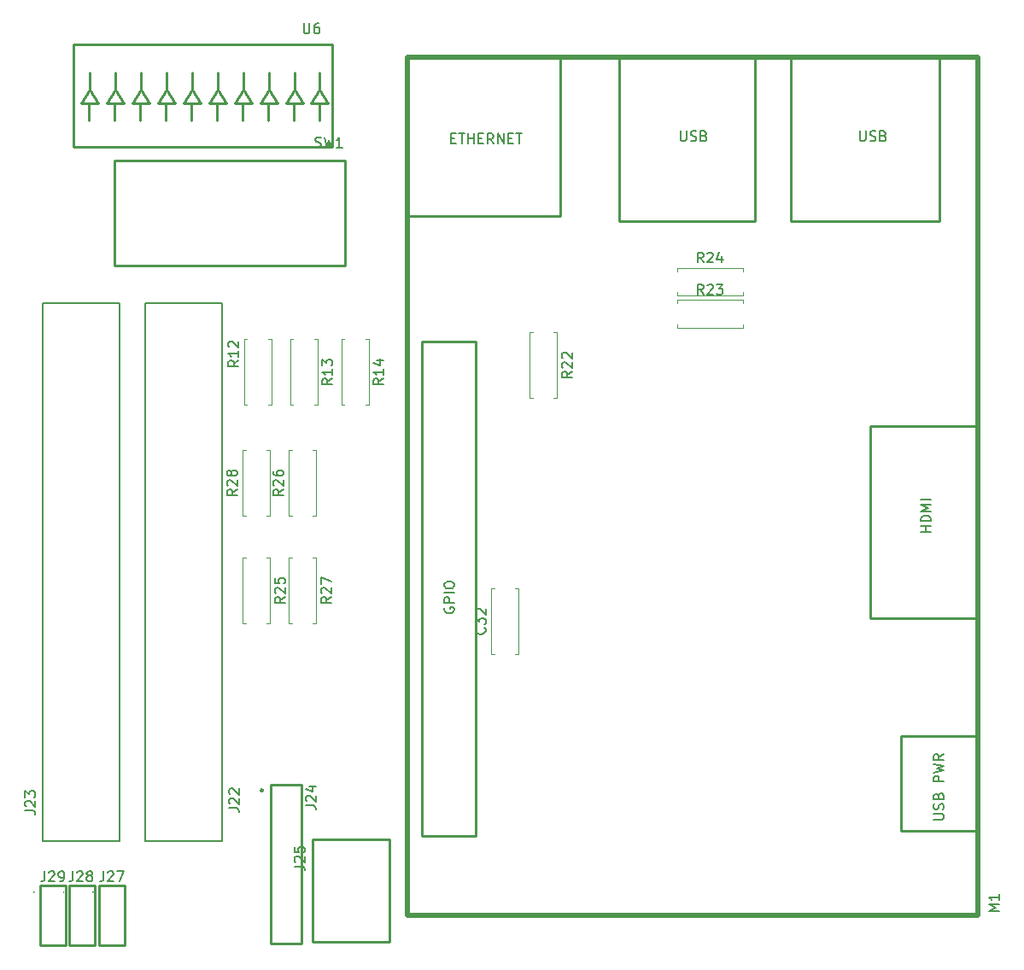
<source format=gto>
G04 #@! TF.GenerationSoftware,KiCad,Pcbnew,(5.1.10-1-10_14)*
G04 #@! TF.CreationDate,2022-06-07T23:14:09-07:00*
G04 #@! TF.ProjectId,Control_Boards,436f6e74-726f-46c5-9f42-6f617264732e,rev?*
G04 #@! TF.SameCoordinates,Original*
G04 #@! TF.FileFunction,Legend,Top*
G04 #@! TF.FilePolarity,Positive*
%FSLAX46Y46*%
G04 Gerber Fmt 4.6, Leading zero omitted, Abs format (unit mm)*
G04 Created by KiCad (PCBNEW (5.1.10-1-10_14)) date 2022-06-07 23:14:09*
%MOMM*%
%LPD*%
G01*
G04 APERTURE LIST*
%ADD10C,0.120000*%
%ADD11C,0.250000*%
%ADD12C,0.500000*%
%ADD13C,0.150000*%
%ADD14C,0.152400*%
G04 APERTURE END LIST*
D10*
X82780000Y-80740000D02*
X82450000Y-80740000D01*
X82450000Y-80740000D02*
X82450000Y-74200000D01*
X82450000Y-74200000D02*
X82780000Y-74200000D01*
X84860000Y-80740000D02*
X85190000Y-80740000D01*
X85190000Y-80740000D02*
X85190000Y-74200000D01*
X85190000Y-74200000D02*
X84860000Y-74200000D01*
X89432000Y-84868000D02*
X89762000Y-84868000D01*
X89762000Y-84868000D02*
X89762000Y-91408000D01*
X89762000Y-91408000D02*
X89432000Y-91408000D01*
X87352000Y-84868000D02*
X87022000Y-84868000D01*
X87022000Y-84868000D02*
X87022000Y-91408000D01*
X87022000Y-91408000D02*
X87352000Y-91408000D01*
X87352000Y-80740000D02*
X87022000Y-80740000D01*
X87022000Y-80740000D02*
X87022000Y-74200000D01*
X87022000Y-74200000D02*
X87352000Y-74200000D01*
X89432000Y-80740000D02*
X89762000Y-80740000D01*
X89762000Y-80740000D02*
X89762000Y-74200000D01*
X89762000Y-74200000D02*
X89432000Y-74200000D01*
X84860000Y-84868000D02*
X85190000Y-84868000D01*
X85190000Y-84868000D02*
X85190000Y-91408000D01*
X85190000Y-91408000D02*
X84860000Y-91408000D01*
X82780000Y-84868000D02*
X82450000Y-84868000D01*
X82450000Y-84868000D02*
X82450000Y-91408000D01*
X82450000Y-91408000D02*
X82780000Y-91408000D01*
X125508000Y-56491000D02*
X125508000Y-56161000D01*
X125508000Y-56161000D02*
X132048000Y-56161000D01*
X132048000Y-56161000D02*
X132048000Y-56491000D01*
X125508000Y-58571000D02*
X125508000Y-58901000D01*
X125508000Y-58901000D02*
X132048000Y-58901000D01*
X132048000Y-58901000D02*
X132048000Y-58571000D01*
X125508000Y-59666000D02*
X125508000Y-59336000D01*
X125508000Y-59336000D02*
X132048000Y-59336000D01*
X132048000Y-59336000D02*
X132048000Y-59666000D01*
X125508000Y-61746000D02*
X125508000Y-62076000D01*
X125508000Y-62076000D02*
X132048000Y-62076000D01*
X132048000Y-62076000D02*
X132048000Y-61746000D01*
X113308000Y-62516000D02*
X113638000Y-62516000D01*
X113638000Y-62516000D02*
X113638000Y-69056000D01*
X113638000Y-69056000D02*
X113308000Y-69056000D01*
X111228000Y-62516000D02*
X110898000Y-62516000D01*
X110898000Y-62516000D02*
X110898000Y-69056000D01*
X110898000Y-69056000D02*
X111228000Y-69056000D01*
D11*
X84466992Y-107937300D02*
G75*
G03*
X84466992Y-107937300I-113592J0D01*
G01*
X85217000Y-123126500D02*
X85217000Y-107378500D01*
X88265000Y-123126500D02*
X85217000Y-123126500D01*
X88265000Y-107378500D02*
X88265000Y-123126500D01*
X85217000Y-107378500D02*
X88265000Y-107378500D01*
X65659000Y-44132500D02*
X91313000Y-44132500D01*
X65659000Y-33972500D02*
X65659000Y-44132500D01*
X91313000Y-33972500D02*
X65659000Y-33972500D01*
X91313000Y-44132500D02*
X91313000Y-33972500D01*
X90043000Y-41541700D02*
X90043000Y-39814500D01*
X90043000Y-39814500D02*
X89230200Y-39814500D01*
X89230200Y-39814500D02*
X90093800Y-38442900D01*
X90093800Y-38442900D02*
X90906600Y-39814500D01*
X90906600Y-39814500D02*
X90043000Y-39814500D01*
X90093800Y-38442900D02*
X90093800Y-36817300D01*
X87604600Y-38442900D02*
X87604600Y-36817300D01*
X87604600Y-38442900D02*
X88417400Y-39814500D01*
X87553800Y-41541700D02*
X87553800Y-39814500D01*
X87553800Y-39814500D02*
X86741000Y-39814500D01*
X86741000Y-39814500D02*
X87604600Y-38442900D01*
X88417400Y-39814500D02*
X87553800Y-39814500D01*
X85064600Y-38442900D02*
X85064600Y-36817300D01*
X85064600Y-38442900D02*
X85877400Y-39814500D01*
X85013800Y-41541700D02*
X85013800Y-39814500D01*
X85013800Y-39814500D02*
X84201000Y-39814500D01*
X84201000Y-39814500D02*
X85064600Y-38442900D01*
X85877400Y-39814500D02*
X85013800Y-39814500D01*
X82524600Y-38442900D02*
X82524600Y-36817300D01*
X82524600Y-38442900D02*
X83337400Y-39814500D01*
X82473800Y-41541700D02*
X82473800Y-39814500D01*
X82473800Y-39814500D02*
X81661000Y-39814500D01*
X81661000Y-39814500D02*
X82524600Y-38442900D01*
X83337400Y-39814500D02*
X82473800Y-39814500D01*
X79984600Y-38442900D02*
X79984600Y-36817300D01*
X79984600Y-38442900D02*
X80797400Y-39814500D01*
X79933800Y-41541700D02*
X79933800Y-39814500D01*
X79933800Y-39814500D02*
X79121000Y-39814500D01*
X79121000Y-39814500D02*
X79984600Y-38442900D01*
X80797400Y-39814500D02*
X79933800Y-39814500D01*
X77444600Y-38442900D02*
X77444600Y-36817300D01*
X77444600Y-38442900D02*
X78257400Y-39814500D01*
X77393800Y-41541700D02*
X77393800Y-39814500D01*
X77393800Y-39814500D02*
X76581000Y-39814500D01*
X76581000Y-39814500D02*
X77444600Y-38442900D01*
X78257400Y-39814500D02*
X77393800Y-39814500D01*
X74904600Y-38442900D02*
X74904600Y-36817300D01*
X74904600Y-38442900D02*
X75717400Y-39814500D01*
X74853800Y-41541700D02*
X74853800Y-39814500D01*
X74853800Y-39814500D02*
X74041000Y-39814500D01*
X74041000Y-39814500D02*
X74904600Y-38442900D01*
X75717400Y-39814500D02*
X74853800Y-39814500D01*
X72364600Y-38442900D02*
X72364600Y-36817300D01*
X72364600Y-38442900D02*
X73177400Y-39814500D01*
X72313800Y-41541700D02*
X72313800Y-39814500D01*
X72313800Y-39814500D02*
X71501000Y-39814500D01*
X71501000Y-39814500D02*
X72364600Y-38442900D01*
X73177400Y-39814500D02*
X72313800Y-39814500D01*
X69824600Y-38442900D02*
X69824600Y-36817300D01*
X69824600Y-38442900D02*
X70637400Y-39814500D01*
X69773800Y-41541700D02*
X69773800Y-39814500D01*
X69773800Y-39814500D02*
X68961000Y-39814500D01*
X68961000Y-39814500D02*
X69824600Y-38442900D01*
X70637400Y-39814500D02*
X69773800Y-39814500D01*
X67284600Y-38442900D02*
X67284600Y-36817300D01*
X67284600Y-38442900D02*
X68097400Y-39814500D01*
X67233800Y-41541700D02*
X67233800Y-39814500D01*
X67233800Y-39814500D02*
X66421000Y-39814500D01*
X66421000Y-39814500D02*
X67284600Y-38442900D01*
X68097400Y-39814500D02*
X67233800Y-39814500D01*
X147701000Y-102552500D02*
X155321000Y-102552500D01*
X147701000Y-111950500D02*
X147701000Y-102552500D01*
X155321000Y-111950500D02*
X147701000Y-111950500D01*
X100203000Y-63436500D02*
X100203000Y-112458500D01*
X105537000Y-63436500D02*
X100203000Y-63436500D01*
X105537000Y-112458500D02*
X105537000Y-63436500D01*
X100203000Y-112458500D02*
X105537000Y-112458500D01*
X151511000Y-51498500D02*
X151511000Y-35242500D01*
X136779000Y-51498500D02*
X151511000Y-51498500D01*
X136779000Y-35242500D02*
X136779000Y-51498500D01*
X133223000Y-51498500D02*
X133223000Y-35242500D01*
X119761000Y-51498500D02*
X133223000Y-51498500D01*
X119761000Y-35242500D02*
X119761000Y-51498500D01*
X113919000Y-50990500D02*
X113919000Y-35242500D01*
X98933000Y-50990500D02*
X113919000Y-50990500D01*
D12*
X98806000Y-35242500D02*
X105791000Y-35242500D01*
X98806000Y-120332500D02*
X105791000Y-120332500D01*
X155321000Y-35242500D02*
X155321000Y-120332500D01*
X105791000Y-35242500D02*
X155321000Y-35242500D01*
X98806000Y-120332500D02*
X98806000Y-35242500D01*
X155321000Y-120332500D02*
X105791000Y-120332500D01*
D11*
X155321000Y-90868500D02*
X144653000Y-90868500D01*
X144653000Y-90868500D02*
X144653000Y-71818500D01*
X144653000Y-71818500D02*
X155321000Y-71818500D01*
D13*
X80391000Y-112991900D02*
X80391000Y-59651900D01*
X80391000Y-59651900D02*
X72771000Y-59651900D01*
X72771000Y-59651900D02*
X72771000Y-112991900D01*
X72771000Y-112991900D02*
X80391000Y-112991900D01*
X70231000Y-112991900D02*
X70231000Y-59651900D01*
X70231000Y-59651900D02*
X62611000Y-59651900D01*
X62611000Y-59651900D02*
X62611000Y-112991900D01*
X62611000Y-112991900D02*
X70231000Y-112991900D01*
D11*
X69723000Y-55880000D02*
X92583000Y-55880000D01*
X92583000Y-45466000D02*
X69723000Y-45466000D01*
X69723000Y-45466000D02*
X69723000Y-55880000D01*
X92583000Y-45466000D02*
X92583000Y-55880000D01*
X64897000Y-123329700D02*
X64897000Y-117386100D01*
X62357000Y-123329700D02*
X64897000Y-123329700D01*
X62357000Y-117386100D02*
X62357000Y-123329700D01*
X64897000Y-117386100D02*
X62357000Y-117386100D01*
D14*
X61798200Y-118046500D02*
G75*
G03*
X61798200Y-118046500I-50800J0D01*
G01*
D11*
X67820999Y-123347101D02*
X67820999Y-117403501D01*
X65280999Y-123347101D02*
X67820999Y-123347101D01*
X65280999Y-117403501D02*
X65280999Y-123347101D01*
X67820999Y-117403501D02*
X65280999Y-117403501D01*
D14*
X64722199Y-118063901D02*
G75*
G03*
X64722199Y-118063901I-50800J0D01*
G01*
D11*
X70739000Y-123329700D02*
X70739000Y-117386100D01*
X68199000Y-123329700D02*
X70739000Y-123329700D01*
X68199000Y-117386100D02*
X68199000Y-123329700D01*
X70739000Y-117386100D02*
X68199000Y-117386100D01*
D14*
X67640200Y-118046500D02*
G75*
G03*
X67640200Y-118046500I-50800J0D01*
G01*
D11*
X97028000Y-122936000D02*
X97028000Y-112776000D01*
X89408000Y-122936000D02*
X97028000Y-122936000D01*
X89408000Y-112776000D02*
X89408000Y-122936000D01*
X97028000Y-112776000D02*
X89408000Y-112776000D01*
D10*
X82577000Y-69754500D02*
X82907000Y-69754500D01*
X82577000Y-63214500D02*
X82577000Y-69754500D01*
X82907000Y-63214500D02*
X82577000Y-63214500D01*
X85317000Y-69754500D02*
X84987000Y-69754500D01*
X85317000Y-63214500D02*
X85317000Y-69754500D01*
X84987000Y-63214500D02*
X85317000Y-63214500D01*
X87149000Y-69754500D02*
X87479000Y-69754500D01*
X87149000Y-63214500D02*
X87149000Y-69754500D01*
X87479000Y-63214500D02*
X87149000Y-63214500D01*
X89889000Y-69754500D02*
X89559000Y-69754500D01*
X89889000Y-63214500D02*
X89889000Y-69754500D01*
X89559000Y-63214500D02*
X89889000Y-63214500D01*
X92229000Y-69754500D02*
X92559000Y-69754500D01*
X92229000Y-63214500D02*
X92229000Y-69754500D01*
X92559000Y-63214500D02*
X92229000Y-63214500D01*
X94969000Y-69754500D02*
X94639000Y-69754500D01*
X94969000Y-63214500D02*
X94969000Y-69754500D01*
X94639000Y-63214500D02*
X94969000Y-63214500D01*
X109828000Y-87916000D02*
X109498000Y-87916000D01*
X109828000Y-94456000D02*
X109828000Y-87916000D01*
X109498000Y-94456000D02*
X109828000Y-94456000D01*
X107088000Y-87916000D02*
X107418000Y-87916000D01*
X107088000Y-94456000D02*
X107088000Y-87916000D01*
X107418000Y-94456000D02*
X107088000Y-94456000D01*
D13*
X81902380Y-78112857D02*
X81426190Y-78446190D01*
X81902380Y-78684285D02*
X80902380Y-78684285D01*
X80902380Y-78303333D01*
X80950000Y-78208095D01*
X80997619Y-78160476D01*
X81092857Y-78112857D01*
X81235714Y-78112857D01*
X81330952Y-78160476D01*
X81378571Y-78208095D01*
X81426190Y-78303333D01*
X81426190Y-78684285D01*
X80997619Y-77731904D02*
X80950000Y-77684285D01*
X80902380Y-77589047D01*
X80902380Y-77350952D01*
X80950000Y-77255714D01*
X80997619Y-77208095D01*
X81092857Y-77160476D01*
X81188095Y-77160476D01*
X81330952Y-77208095D01*
X81902380Y-77779523D01*
X81902380Y-77160476D01*
X81330952Y-76589047D02*
X81283333Y-76684285D01*
X81235714Y-76731904D01*
X81140476Y-76779523D01*
X81092857Y-76779523D01*
X80997619Y-76731904D01*
X80950000Y-76684285D01*
X80902380Y-76589047D01*
X80902380Y-76398571D01*
X80950000Y-76303333D01*
X80997619Y-76255714D01*
X81092857Y-76208095D01*
X81140476Y-76208095D01*
X81235714Y-76255714D01*
X81283333Y-76303333D01*
X81330952Y-76398571D01*
X81330952Y-76589047D01*
X81378571Y-76684285D01*
X81426190Y-76731904D01*
X81521428Y-76779523D01*
X81711904Y-76779523D01*
X81807142Y-76731904D01*
X81854761Y-76684285D01*
X81902380Y-76589047D01*
X81902380Y-76398571D01*
X81854761Y-76303333D01*
X81807142Y-76255714D01*
X81711904Y-76208095D01*
X81521428Y-76208095D01*
X81426190Y-76255714D01*
X81378571Y-76303333D01*
X81330952Y-76398571D01*
X91214380Y-88780857D02*
X90738190Y-89114190D01*
X91214380Y-89352285D02*
X90214380Y-89352285D01*
X90214380Y-88971333D01*
X90262000Y-88876095D01*
X90309619Y-88828476D01*
X90404857Y-88780857D01*
X90547714Y-88780857D01*
X90642952Y-88828476D01*
X90690571Y-88876095D01*
X90738190Y-88971333D01*
X90738190Y-89352285D01*
X90309619Y-88399904D02*
X90262000Y-88352285D01*
X90214380Y-88257047D01*
X90214380Y-88018952D01*
X90262000Y-87923714D01*
X90309619Y-87876095D01*
X90404857Y-87828476D01*
X90500095Y-87828476D01*
X90642952Y-87876095D01*
X91214380Y-88447523D01*
X91214380Y-87828476D01*
X90214380Y-87495142D02*
X90214380Y-86828476D01*
X91214380Y-87257047D01*
X86474380Y-78112857D02*
X85998190Y-78446190D01*
X86474380Y-78684285D02*
X85474380Y-78684285D01*
X85474380Y-78303333D01*
X85522000Y-78208095D01*
X85569619Y-78160476D01*
X85664857Y-78112857D01*
X85807714Y-78112857D01*
X85902952Y-78160476D01*
X85950571Y-78208095D01*
X85998190Y-78303333D01*
X85998190Y-78684285D01*
X85569619Y-77731904D02*
X85522000Y-77684285D01*
X85474380Y-77589047D01*
X85474380Y-77350952D01*
X85522000Y-77255714D01*
X85569619Y-77208095D01*
X85664857Y-77160476D01*
X85760095Y-77160476D01*
X85902952Y-77208095D01*
X86474380Y-77779523D01*
X86474380Y-77160476D01*
X85474380Y-76303333D02*
X85474380Y-76493809D01*
X85522000Y-76589047D01*
X85569619Y-76636666D01*
X85712476Y-76731904D01*
X85902952Y-76779523D01*
X86283904Y-76779523D01*
X86379142Y-76731904D01*
X86426761Y-76684285D01*
X86474380Y-76589047D01*
X86474380Y-76398571D01*
X86426761Y-76303333D01*
X86379142Y-76255714D01*
X86283904Y-76208095D01*
X86045809Y-76208095D01*
X85950571Y-76255714D01*
X85902952Y-76303333D01*
X85855333Y-76398571D01*
X85855333Y-76589047D01*
X85902952Y-76684285D01*
X85950571Y-76731904D01*
X86045809Y-76779523D01*
X86642380Y-88780857D02*
X86166190Y-89114190D01*
X86642380Y-89352285D02*
X85642380Y-89352285D01*
X85642380Y-88971333D01*
X85690000Y-88876095D01*
X85737619Y-88828476D01*
X85832857Y-88780857D01*
X85975714Y-88780857D01*
X86070952Y-88828476D01*
X86118571Y-88876095D01*
X86166190Y-88971333D01*
X86166190Y-89352285D01*
X85737619Y-88399904D02*
X85690000Y-88352285D01*
X85642380Y-88257047D01*
X85642380Y-88018952D01*
X85690000Y-87923714D01*
X85737619Y-87876095D01*
X85832857Y-87828476D01*
X85928095Y-87828476D01*
X86070952Y-87876095D01*
X86642380Y-88447523D01*
X86642380Y-87828476D01*
X85642380Y-86923714D02*
X85642380Y-87399904D01*
X86118571Y-87447523D01*
X86070952Y-87399904D01*
X86023333Y-87304666D01*
X86023333Y-87066571D01*
X86070952Y-86971333D01*
X86118571Y-86923714D01*
X86213809Y-86876095D01*
X86451904Y-86876095D01*
X86547142Y-86923714D01*
X86594761Y-86971333D01*
X86642380Y-87066571D01*
X86642380Y-87304666D01*
X86594761Y-87399904D01*
X86547142Y-87447523D01*
X128135142Y-55613380D02*
X127801809Y-55137190D01*
X127563714Y-55613380D02*
X127563714Y-54613380D01*
X127944666Y-54613380D01*
X128039904Y-54661000D01*
X128087523Y-54708619D01*
X128135142Y-54803857D01*
X128135142Y-54946714D01*
X128087523Y-55041952D01*
X128039904Y-55089571D01*
X127944666Y-55137190D01*
X127563714Y-55137190D01*
X128516095Y-54708619D02*
X128563714Y-54661000D01*
X128658952Y-54613380D01*
X128897047Y-54613380D01*
X128992285Y-54661000D01*
X129039904Y-54708619D01*
X129087523Y-54803857D01*
X129087523Y-54899095D01*
X129039904Y-55041952D01*
X128468476Y-55613380D01*
X129087523Y-55613380D01*
X129944666Y-54946714D02*
X129944666Y-55613380D01*
X129706571Y-54565761D02*
X129468476Y-55280047D01*
X130087523Y-55280047D01*
X128135142Y-58788380D02*
X127801809Y-58312190D01*
X127563714Y-58788380D02*
X127563714Y-57788380D01*
X127944666Y-57788380D01*
X128039904Y-57836000D01*
X128087523Y-57883619D01*
X128135142Y-57978857D01*
X128135142Y-58121714D01*
X128087523Y-58216952D01*
X128039904Y-58264571D01*
X127944666Y-58312190D01*
X127563714Y-58312190D01*
X128516095Y-57883619D02*
X128563714Y-57836000D01*
X128658952Y-57788380D01*
X128897047Y-57788380D01*
X128992285Y-57836000D01*
X129039904Y-57883619D01*
X129087523Y-57978857D01*
X129087523Y-58074095D01*
X129039904Y-58216952D01*
X128468476Y-58788380D01*
X129087523Y-58788380D01*
X129420857Y-57788380D02*
X130039904Y-57788380D01*
X129706571Y-58169333D01*
X129849428Y-58169333D01*
X129944666Y-58216952D01*
X129992285Y-58264571D01*
X130039904Y-58359809D01*
X130039904Y-58597904D01*
X129992285Y-58693142D01*
X129944666Y-58740761D01*
X129849428Y-58788380D01*
X129563714Y-58788380D01*
X129468476Y-58740761D01*
X129420857Y-58693142D01*
X115090380Y-66428857D02*
X114614190Y-66762190D01*
X115090380Y-67000285D02*
X114090380Y-67000285D01*
X114090380Y-66619333D01*
X114138000Y-66524095D01*
X114185619Y-66476476D01*
X114280857Y-66428857D01*
X114423714Y-66428857D01*
X114518952Y-66476476D01*
X114566571Y-66524095D01*
X114614190Y-66619333D01*
X114614190Y-67000285D01*
X114185619Y-66047904D02*
X114138000Y-66000285D01*
X114090380Y-65905047D01*
X114090380Y-65666952D01*
X114138000Y-65571714D01*
X114185619Y-65524095D01*
X114280857Y-65476476D01*
X114376095Y-65476476D01*
X114518952Y-65524095D01*
X115090380Y-66095523D01*
X115090380Y-65476476D01*
X114185619Y-65095523D02*
X114138000Y-65047904D01*
X114090380Y-64952666D01*
X114090380Y-64714571D01*
X114138000Y-64619333D01*
X114185619Y-64571714D01*
X114280857Y-64524095D01*
X114376095Y-64524095D01*
X114518952Y-64571714D01*
X115090380Y-65143142D01*
X115090380Y-64524095D01*
X88733380Y-109458023D02*
X89447666Y-109458023D01*
X89590523Y-109505642D01*
X89685761Y-109600880D01*
X89733380Y-109743738D01*
X89733380Y-109838976D01*
X88828619Y-109029452D02*
X88781000Y-108981833D01*
X88733380Y-108886595D01*
X88733380Y-108648500D01*
X88781000Y-108553261D01*
X88828619Y-108505642D01*
X88923857Y-108458023D01*
X89019095Y-108458023D01*
X89161952Y-108505642D01*
X89733380Y-109077071D01*
X89733380Y-108458023D01*
X89066714Y-107600880D02*
X89733380Y-107600880D01*
X88685761Y-107838976D02*
X89400047Y-108077071D01*
X89400047Y-107458023D01*
X88519095Y-31900880D02*
X88519095Y-32710404D01*
X88566714Y-32805642D01*
X88614333Y-32853261D01*
X88709571Y-32900880D01*
X88900047Y-32900880D01*
X88995285Y-32853261D01*
X89042904Y-32805642D01*
X89090523Y-32710404D01*
X89090523Y-31900880D01*
X89995285Y-31900880D02*
X89804809Y-31900880D01*
X89709571Y-31948500D01*
X89661952Y-31996119D01*
X89566714Y-32138976D01*
X89519095Y-32329452D01*
X89519095Y-32710404D01*
X89566714Y-32805642D01*
X89614333Y-32853261D01*
X89709571Y-32900880D01*
X89900047Y-32900880D01*
X89995285Y-32853261D01*
X90042904Y-32805642D01*
X90090523Y-32710404D01*
X90090523Y-32472309D01*
X90042904Y-32377071D01*
X89995285Y-32329452D01*
X89900047Y-32281833D01*
X89709571Y-32281833D01*
X89614333Y-32329452D01*
X89566714Y-32377071D01*
X89519095Y-32472309D01*
X157424380Y-119922823D02*
X156424380Y-119922823D01*
X157138666Y-119589490D01*
X156424380Y-119256157D01*
X157424380Y-119256157D01*
X157424380Y-118256157D02*
X157424380Y-118827585D01*
X157424380Y-118541871D02*
X156424380Y-118541871D01*
X156567238Y-118637109D01*
X156662476Y-118732347D01*
X156710095Y-118827585D01*
X150693380Y-82303738D02*
X149693380Y-82303738D01*
X150169571Y-82303738D02*
X150169571Y-81732309D01*
X150693380Y-81732309D02*
X149693380Y-81732309D01*
X150693380Y-81256119D02*
X149693380Y-81256119D01*
X149693380Y-81018023D01*
X149741000Y-80875166D01*
X149836238Y-80779928D01*
X149931476Y-80732309D01*
X150121952Y-80684690D01*
X150264809Y-80684690D01*
X150455285Y-80732309D01*
X150550523Y-80779928D01*
X150645761Y-80875166D01*
X150693380Y-81018023D01*
X150693380Y-81256119D01*
X150693380Y-80256119D02*
X149693380Y-80256119D01*
X150407666Y-79922785D01*
X149693380Y-79589452D01*
X150693380Y-79589452D01*
X150693380Y-79113261D02*
X149693380Y-79113261D01*
X150963380Y-110846785D02*
X151772904Y-110846785D01*
X151868142Y-110799166D01*
X151915761Y-110751547D01*
X151963380Y-110656309D01*
X151963380Y-110465833D01*
X151915761Y-110370595D01*
X151868142Y-110322976D01*
X151772904Y-110275357D01*
X150963380Y-110275357D01*
X151915761Y-109846785D02*
X151963380Y-109703928D01*
X151963380Y-109465833D01*
X151915761Y-109370595D01*
X151868142Y-109322976D01*
X151772904Y-109275357D01*
X151677666Y-109275357D01*
X151582428Y-109322976D01*
X151534809Y-109370595D01*
X151487190Y-109465833D01*
X151439571Y-109656309D01*
X151391952Y-109751547D01*
X151344333Y-109799166D01*
X151249095Y-109846785D01*
X151153857Y-109846785D01*
X151058619Y-109799166D01*
X151011000Y-109751547D01*
X150963380Y-109656309D01*
X150963380Y-109418214D01*
X151011000Y-109275357D01*
X151439571Y-108513452D02*
X151487190Y-108370595D01*
X151534809Y-108322976D01*
X151630047Y-108275357D01*
X151772904Y-108275357D01*
X151868142Y-108322976D01*
X151915761Y-108370595D01*
X151963380Y-108465833D01*
X151963380Y-108846785D01*
X150963380Y-108846785D01*
X150963380Y-108513452D01*
X151011000Y-108418214D01*
X151058619Y-108370595D01*
X151153857Y-108322976D01*
X151249095Y-108322976D01*
X151344333Y-108370595D01*
X151391952Y-108418214D01*
X151439571Y-108513452D01*
X151439571Y-108846785D01*
X151963380Y-107084880D02*
X150963380Y-107084880D01*
X150963380Y-106703928D01*
X151011000Y-106608690D01*
X151058619Y-106561071D01*
X151153857Y-106513452D01*
X151296714Y-106513452D01*
X151391952Y-106561071D01*
X151439571Y-106608690D01*
X151487190Y-106703928D01*
X151487190Y-107084880D01*
X150963380Y-106180119D02*
X151963380Y-105942023D01*
X151249095Y-105751547D01*
X151963380Y-105561071D01*
X150963380Y-105322976D01*
X151963380Y-104370595D02*
X151487190Y-104703928D01*
X151963380Y-104942023D02*
X150963380Y-104942023D01*
X150963380Y-104561071D01*
X151011000Y-104465833D01*
X151058619Y-104418214D01*
X151153857Y-104370595D01*
X151296714Y-104370595D01*
X151391952Y-104418214D01*
X151439571Y-104465833D01*
X151487190Y-104561071D01*
X151487190Y-104942023D01*
X103124428Y-43299071D02*
X103457761Y-43299071D01*
X103600619Y-43822880D02*
X103124428Y-43822880D01*
X103124428Y-42822880D01*
X103600619Y-42822880D01*
X103886333Y-42822880D02*
X104457761Y-42822880D01*
X104172047Y-43822880D02*
X104172047Y-42822880D01*
X104791095Y-43822880D02*
X104791095Y-42822880D01*
X104791095Y-43299071D02*
X105362523Y-43299071D01*
X105362523Y-43822880D02*
X105362523Y-42822880D01*
X105838714Y-43299071D02*
X106172047Y-43299071D01*
X106314904Y-43822880D02*
X105838714Y-43822880D01*
X105838714Y-42822880D01*
X106314904Y-42822880D01*
X107314904Y-43822880D02*
X106981571Y-43346690D01*
X106743476Y-43822880D02*
X106743476Y-42822880D01*
X107124428Y-42822880D01*
X107219666Y-42870500D01*
X107267285Y-42918119D01*
X107314904Y-43013357D01*
X107314904Y-43156214D01*
X107267285Y-43251452D01*
X107219666Y-43299071D01*
X107124428Y-43346690D01*
X106743476Y-43346690D01*
X107743476Y-43822880D02*
X107743476Y-42822880D01*
X108314904Y-43822880D01*
X108314904Y-42822880D01*
X108791095Y-43299071D02*
X109124428Y-43299071D01*
X109267285Y-43822880D02*
X108791095Y-43822880D01*
X108791095Y-42822880D01*
X109267285Y-42822880D01*
X109553000Y-42822880D02*
X110124428Y-42822880D01*
X109838714Y-43822880D02*
X109838714Y-42822880D01*
X125865095Y-42568880D02*
X125865095Y-43378404D01*
X125912714Y-43473642D01*
X125960333Y-43521261D01*
X126055571Y-43568880D01*
X126246047Y-43568880D01*
X126341285Y-43521261D01*
X126388904Y-43473642D01*
X126436523Y-43378404D01*
X126436523Y-42568880D01*
X126865095Y-43521261D02*
X127007952Y-43568880D01*
X127246047Y-43568880D01*
X127341285Y-43521261D01*
X127388904Y-43473642D01*
X127436523Y-43378404D01*
X127436523Y-43283166D01*
X127388904Y-43187928D01*
X127341285Y-43140309D01*
X127246047Y-43092690D01*
X127055571Y-43045071D01*
X126960333Y-42997452D01*
X126912714Y-42949833D01*
X126865095Y-42854595D01*
X126865095Y-42759357D01*
X126912714Y-42664119D01*
X126960333Y-42616500D01*
X127055571Y-42568880D01*
X127293666Y-42568880D01*
X127436523Y-42616500D01*
X128198428Y-43045071D02*
X128341285Y-43092690D01*
X128388904Y-43140309D01*
X128436523Y-43235547D01*
X128436523Y-43378404D01*
X128388904Y-43473642D01*
X128341285Y-43521261D01*
X128246047Y-43568880D01*
X127865095Y-43568880D01*
X127865095Y-42568880D01*
X128198428Y-42568880D01*
X128293666Y-42616500D01*
X128341285Y-42664119D01*
X128388904Y-42759357D01*
X128388904Y-42854595D01*
X128341285Y-42949833D01*
X128293666Y-42997452D01*
X128198428Y-43045071D01*
X127865095Y-43045071D01*
X143645095Y-42568880D02*
X143645095Y-43378404D01*
X143692714Y-43473642D01*
X143740333Y-43521261D01*
X143835571Y-43568880D01*
X144026047Y-43568880D01*
X144121285Y-43521261D01*
X144168904Y-43473642D01*
X144216523Y-43378404D01*
X144216523Y-42568880D01*
X144645095Y-43521261D02*
X144787952Y-43568880D01*
X145026047Y-43568880D01*
X145121285Y-43521261D01*
X145168904Y-43473642D01*
X145216523Y-43378404D01*
X145216523Y-43283166D01*
X145168904Y-43187928D01*
X145121285Y-43140309D01*
X145026047Y-43092690D01*
X144835571Y-43045071D01*
X144740333Y-42997452D01*
X144692714Y-42949833D01*
X144645095Y-42854595D01*
X144645095Y-42759357D01*
X144692714Y-42664119D01*
X144740333Y-42616500D01*
X144835571Y-42568880D01*
X145073666Y-42568880D01*
X145216523Y-42616500D01*
X145978428Y-43045071D02*
X146121285Y-43092690D01*
X146168904Y-43140309D01*
X146216523Y-43235547D01*
X146216523Y-43378404D01*
X146168904Y-43473642D01*
X146121285Y-43521261D01*
X146026047Y-43568880D01*
X145645095Y-43568880D01*
X145645095Y-42568880D01*
X145978428Y-42568880D01*
X146073666Y-42616500D01*
X146121285Y-42664119D01*
X146168904Y-42759357D01*
X146168904Y-42854595D01*
X146121285Y-42949833D01*
X146073666Y-42997452D01*
X145978428Y-43045071D01*
X145645095Y-43045071D01*
X102497000Y-89836500D02*
X102449380Y-89931738D01*
X102449380Y-90074595D01*
X102497000Y-90217452D01*
X102592238Y-90312690D01*
X102687476Y-90360309D01*
X102877952Y-90407928D01*
X103020809Y-90407928D01*
X103211285Y-90360309D01*
X103306523Y-90312690D01*
X103401761Y-90217452D01*
X103449380Y-90074595D01*
X103449380Y-89979357D01*
X103401761Y-89836500D01*
X103354142Y-89788880D01*
X103020809Y-89788880D01*
X103020809Y-89979357D01*
X103449380Y-89360309D02*
X102449380Y-89360309D01*
X102449380Y-88979357D01*
X102497000Y-88884119D01*
X102544619Y-88836500D01*
X102639857Y-88788880D01*
X102782714Y-88788880D01*
X102877952Y-88836500D01*
X102925571Y-88884119D01*
X102973190Y-88979357D01*
X102973190Y-89360309D01*
X103449380Y-88360309D02*
X102449380Y-88360309D01*
X102449380Y-87693642D02*
X102449380Y-87503166D01*
X102497000Y-87407928D01*
X102592238Y-87312690D01*
X102782714Y-87265071D01*
X103116047Y-87265071D01*
X103306523Y-87312690D01*
X103401761Y-87407928D01*
X103449380Y-87503166D01*
X103449380Y-87693642D01*
X103401761Y-87788880D01*
X103306523Y-87884119D01*
X103116047Y-87931738D01*
X102782714Y-87931738D01*
X102592238Y-87884119D01*
X102497000Y-87788880D01*
X102449380Y-87693642D01*
X81113380Y-109712023D02*
X81827666Y-109712023D01*
X81970523Y-109759642D01*
X82065761Y-109854880D01*
X82113380Y-109997738D01*
X82113380Y-110092976D01*
X81208619Y-109283452D02*
X81161000Y-109235833D01*
X81113380Y-109140595D01*
X81113380Y-108902500D01*
X81161000Y-108807261D01*
X81208619Y-108759642D01*
X81303857Y-108712023D01*
X81399095Y-108712023D01*
X81541952Y-108759642D01*
X82113380Y-109331071D01*
X82113380Y-108712023D01*
X81208619Y-108331071D02*
X81161000Y-108283452D01*
X81113380Y-108188214D01*
X81113380Y-107950119D01*
X81161000Y-107854880D01*
X81208619Y-107807261D01*
X81303857Y-107759642D01*
X81399095Y-107759642D01*
X81541952Y-107807261D01*
X82113380Y-108378690D01*
X82113380Y-107759642D01*
X60894980Y-109966023D02*
X61609266Y-109966023D01*
X61752123Y-110013642D01*
X61847361Y-110108880D01*
X61894980Y-110251738D01*
X61894980Y-110346976D01*
X60990219Y-109537452D02*
X60942600Y-109489833D01*
X60894980Y-109394595D01*
X60894980Y-109156500D01*
X60942600Y-109061261D01*
X60990219Y-109013642D01*
X61085457Y-108966023D01*
X61180695Y-108966023D01*
X61323552Y-109013642D01*
X61894980Y-109585071D01*
X61894980Y-108966023D01*
X60894980Y-108632690D02*
X60894980Y-108013642D01*
X61275933Y-108346976D01*
X61275933Y-108204119D01*
X61323552Y-108108880D01*
X61371171Y-108061261D01*
X61466409Y-108013642D01*
X61704504Y-108013642D01*
X61799742Y-108061261D01*
X61847361Y-108108880D01*
X61894980Y-108204119D01*
X61894980Y-108489833D01*
X61847361Y-108585071D01*
X61799742Y-108632690D01*
X89649466Y-44143561D02*
X89792323Y-44191180D01*
X90030419Y-44191180D01*
X90125657Y-44143561D01*
X90173276Y-44095942D01*
X90220895Y-44000704D01*
X90220895Y-43905466D01*
X90173276Y-43810228D01*
X90125657Y-43762609D01*
X90030419Y-43714990D01*
X89839942Y-43667371D01*
X89744704Y-43619752D01*
X89697085Y-43572133D01*
X89649466Y-43476895D01*
X89649466Y-43381657D01*
X89697085Y-43286419D01*
X89744704Y-43238800D01*
X89839942Y-43191180D01*
X90078038Y-43191180D01*
X90220895Y-43238800D01*
X90554228Y-43191180D02*
X90792323Y-44191180D01*
X90982800Y-43476895D01*
X91173276Y-44191180D01*
X91411371Y-43191180D01*
X92316133Y-44191180D02*
X91744704Y-44191180D01*
X92030419Y-44191180D02*
X92030419Y-43191180D01*
X91935180Y-43334038D01*
X91839942Y-43429276D01*
X91744704Y-43476895D01*
X62817476Y-115974880D02*
X62817476Y-116689166D01*
X62769857Y-116832023D01*
X62674619Y-116927261D01*
X62531761Y-116974880D01*
X62436523Y-116974880D01*
X63246047Y-116070119D02*
X63293666Y-116022500D01*
X63388904Y-115974880D01*
X63627000Y-115974880D01*
X63722238Y-116022500D01*
X63769857Y-116070119D01*
X63817476Y-116165357D01*
X63817476Y-116260595D01*
X63769857Y-116403452D01*
X63198428Y-116974880D01*
X63817476Y-116974880D01*
X64293666Y-116974880D02*
X64484142Y-116974880D01*
X64579380Y-116927261D01*
X64627000Y-116879642D01*
X64722238Y-116736785D01*
X64769857Y-116546309D01*
X64769857Y-116165357D01*
X64722238Y-116070119D01*
X64674619Y-116022500D01*
X64579380Y-115974880D01*
X64388904Y-115974880D01*
X64293666Y-116022500D01*
X64246047Y-116070119D01*
X64198428Y-116165357D01*
X64198428Y-116403452D01*
X64246047Y-116498690D01*
X64293666Y-116546309D01*
X64388904Y-116593928D01*
X64579380Y-116593928D01*
X64674619Y-116546309D01*
X64722238Y-116498690D01*
X64769857Y-116403452D01*
X65611476Y-115974880D02*
X65611476Y-116689166D01*
X65563857Y-116832023D01*
X65468619Y-116927261D01*
X65325761Y-116974880D01*
X65230523Y-116974880D01*
X66040047Y-116070119D02*
X66087666Y-116022500D01*
X66182904Y-115974880D01*
X66421000Y-115974880D01*
X66516238Y-116022500D01*
X66563857Y-116070119D01*
X66611476Y-116165357D01*
X66611476Y-116260595D01*
X66563857Y-116403452D01*
X65992428Y-116974880D01*
X66611476Y-116974880D01*
X67182904Y-116403452D02*
X67087666Y-116355833D01*
X67040047Y-116308214D01*
X66992428Y-116212976D01*
X66992428Y-116165357D01*
X67040047Y-116070119D01*
X67087666Y-116022500D01*
X67182904Y-115974880D01*
X67373380Y-115974880D01*
X67468619Y-116022500D01*
X67516238Y-116070119D01*
X67563857Y-116165357D01*
X67563857Y-116212976D01*
X67516238Y-116308214D01*
X67468619Y-116355833D01*
X67373380Y-116403452D01*
X67182904Y-116403452D01*
X67087666Y-116451071D01*
X67040047Y-116498690D01*
X66992428Y-116593928D01*
X66992428Y-116784404D01*
X67040047Y-116879642D01*
X67087666Y-116927261D01*
X67182904Y-116974880D01*
X67373380Y-116974880D01*
X67468619Y-116927261D01*
X67516238Y-116879642D01*
X67563857Y-116784404D01*
X67563857Y-116593928D01*
X67516238Y-116498690D01*
X67468619Y-116451071D01*
X67373380Y-116403452D01*
X68659476Y-115974880D02*
X68659476Y-116689166D01*
X68611857Y-116832023D01*
X68516619Y-116927261D01*
X68373761Y-116974880D01*
X68278523Y-116974880D01*
X69088047Y-116070119D02*
X69135666Y-116022500D01*
X69230904Y-115974880D01*
X69469000Y-115974880D01*
X69564238Y-116022500D01*
X69611857Y-116070119D01*
X69659476Y-116165357D01*
X69659476Y-116260595D01*
X69611857Y-116403452D01*
X69040428Y-116974880D01*
X69659476Y-116974880D01*
X69992809Y-115974880D02*
X70659476Y-115974880D01*
X70230904Y-116974880D01*
X87590380Y-115490523D02*
X88304666Y-115490523D01*
X88447523Y-115538142D01*
X88542761Y-115633380D01*
X88590380Y-115776238D01*
X88590380Y-115871476D01*
X87685619Y-115061952D02*
X87638000Y-115014333D01*
X87590380Y-114919095D01*
X87590380Y-114681000D01*
X87638000Y-114585761D01*
X87685619Y-114538142D01*
X87780857Y-114490523D01*
X87876095Y-114490523D01*
X88018952Y-114538142D01*
X88590380Y-115109571D01*
X88590380Y-114490523D01*
X87590380Y-113585761D02*
X87590380Y-114061952D01*
X88066571Y-114109571D01*
X88018952Y-114061952D01*
X87971333Y-113966714D01*
X87971333Y-113728619D01*
X88018952Y-113633380D01*
X88066571Y-113585761D01*
X88161809Y-113538142D01*
X88399904Y-113538142D01*
X88495142Y-113585761D01*
X88542761Y-113633380D01*
X88590380Y-113728619D01*
X88590380Y-113966714D01*
X88542761Y-114061952D01*
X88495142Y-114109571D01*
X82037180Y-65323957D02*
X81560990Y-65657290D01*
X82037180Y-65895385D02*
X81037180Y-65895385D01*
X81037180Y-65514433D01*
X81084800Y-65419195D01*
X81132419Y-65371576D01*
X81227657Y-65323957D01*
X81370514Y-65323957D01*
X81465752Y-65371576D01*
X81513371Y-65419195D01*
X81560990Y-65514433D01*
X81560990Y-65895385D01*
X82037180Y-64371576D02*
X82037180Y-64943004D01*
X82037180Y-64657290D02*
X81037180Y-64657290D01*
X81180038Y-64752528D01*
X81275276Y-64847766D01*
X81322895Y-64943004D01*
X81132419Y-63990623D02*
X81084800Y-63943004D01*
X81037180Y-63847766D01*
X81037180Y-63609671D01*
X81084800Y-63514433D01*
X81132419Y-63466814D01*
X81227657Y-63419195D01*
X81322895Y-63419195D01*
X81465752Y-63466814D01*
X82037180Y-64038242D01*
X82037180Y-63419195D01*
X91341380Y-67127357D02*
X90865190Y-67460690D01*
X91341380Y-67698785D02*
X90341380Y-67698785D01*
X90341380Y-67317833D01*
X90389000Y-67222595D01*
X90436619Y-67174976D01*
X90531857Y-67127357D01*
X90674714Y-67127357D01*
X90769952Y-67174976D01*
X90817571Y-67222595D01*
X90865190Y-67317833D01*
X90865190Y-67698785D01*
X91341380Y-66174976D02*
X91341380Y-66746404D01*
X91341380Y-66460690D02*
X90341380Y-66460690D01*
X90484238Y-66555928D01*
X90579476Y-66651166D01*
X90627095Y-66746404D01*
X90341380Y-65841642D02*
X90341380Y-65222595D01*
X90722333Y-65555928D01*
X90722333Y-65413071D01*
X90769952Y-65317833D01*
X90817571Y-65270214D01*
X90912809Y-65222595D01*
X91150904Y-65222595D01*
X91246142Y-65270214D01*
X91293761Y-65317833D01*
X91341380Y-65413071D01*
X91341380Y-65698785D01*
X91293761Y-65794023D01*
X91246142Y-65841642D01*
X96421380Y-67127357D02*
X95945190Y-67460690D01*
X96421380Y-67698785D02*
X95421380Y-67698785D01*
X95421380Y-67317833D01*
X95469000Y-67222595D01*
X95516619Y-67174976D01*
X95611857Y-67127357D01*
X95754714Y-67127357D01*
X95849952Y-67174976D01*
X95897571Y-67222595D01*
X95945190Y-67317833D01*
X95945190Y-67698785D01*
X96421380Y-66174976D02*
X96421380Y-66746404D01*
X96421380Y-66460690D02*
X95421380Y-66460690D01*
X95564238Y-66555928D01*
X95659476Y-66651166D01*
X95707095Y-66746404D01*
X95754714Y-65317833D02*
X96421380Y-65317833D01*
X95373761Y-65555928D02*
X96088047Y-65794023D01*
X96088047Y-65174976D01*
X106445142Y-91828857D02*
X106492761Y-91876476D01*
X106540380Y-92019333D01*
X106540380Y-92114571D01*
X106492761Y-92257428D01*
X106397523Y-92352666D01*
X106302285Y-92400285D01*
X106111809Y-92447904D01*
X105968952Y-92447904D01*
X105778476Y-92400285D01*
X105683238Y-92352666D01*
X105588000Y-92257428D01*
X105540380Y-92114571D01*
X105540380Y-92019333D01*
X105588000Y-91876476D01*
X105635619Y-91828857D01*
X105540380Y-91495523D02*
X105540380Y-90876476D01*
X105921333Y-91209809D01*
X105921333Y-91066952D01*
X105968952Y-90971714D01*
X106016571Y-90924095D01*
X106111809Y-90876476D01*
X106349904Y-90876476D01*
X106445142Y-90924095D01*
X106492761Y-90971714D01*
X106540380Y-91066952D01*
X106540380Y-91352666D01*
X106492761Y-91447904D01*
X106445142Y-91495523D01*
X105635619Y-90495523D02*
X105588000Y-90447904D01*
X105540380Y-90352666D01*
X105540380Y-90114571D01*
X105588000Y-90019333D01*
X105635619Y-89971714D01*
X105730857Y-89924095D01*
X105826095Y-89924095D01*
X105968952Y-89971714D01*
X106540380Y-90543142D01*
X106540380Y-89924095D01*
M02*

</source>
